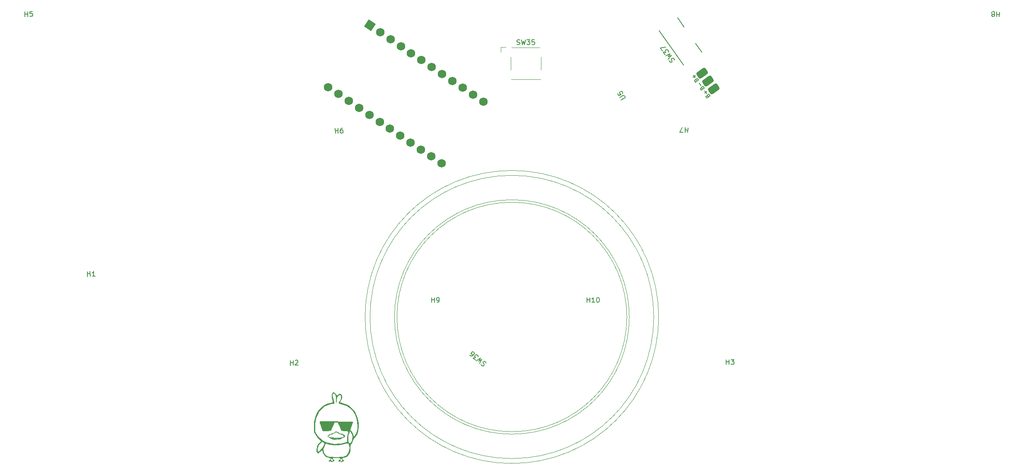
<source format=gbr>
%TF.GenerationSoftware,KiCad,Pcbnew,(6.0.4)*%
%TF.CreationDate,2022-11-04T17:16:24+01:00*%
%TF.ProjectId,Batreeq,42617472-6565-4712-9e6b-696361645f70,rev?*%
%TF.SameCoordinates,Original*%
%TF.FileFunction,Legend,Top*%
%TF.FilePolarity,Positive*%
%FSLAX46Y46*%
G04 Gerber Fmt 4.6, Leading zero omitted, Abs format (unit mm)*
G04 Created by KiCad (PCBNEW (6.0.4)) date 2022-11-04 17:16:24*
%MOMM*%
%LPD*%
G01*
G04 APERTURE LIST*
G04 Aperture macros list*
%AMRoundRect*
0 Rectangle with rounded corners*
0 $1 Rounding radius*
0 $2 $3 $4 $5 $6 $7 $8 $9 X,Y pos of 4 corners*
0 Add a 4 corners polygon primitive as box body*
4,1,4,$2,$3,$4,$5,$6,$7,$8,$9,$2,$3,0*
0 Add four circle primitives for the rounded corners*
1,1,$1+$1,$2,$3*
1,1,$1+$1,$4,$5*
1,1,$1+$1,$6,$7*
1,1,$1+$1,$8,$9*
0 Add four rect primitives between the rounded corners*
20,1,$1+$1,$2,$3,$4,$5,0*
20,1,$1+$1,$4,$5,$6,$7,0*
20,1,$1+$1,$6,$7,$8,$9,0*
20,1,$1+$1,$8,$9,$2,$3,0*%
%AMRotRect*
0 Rectangle, with rotation*
0 The origin of the aperture is its center*
0 $1 length*
0 $2 width*
0 $3 Rotation angle, in degrees counterclockwise*
0 Add horizontal line*
21,1,$1,$2,0,0,$3*%
G04 Aperture macros list end*
%ADD10C,0.150000*%
%ADD11C,0.100000*%
%ADD12C,0.120000*%
%ADD13RoundRect,0.375000X-0.827182X-0.137458X-0.386343X-0.744220X0.827182X0.137458X0.386343X0.744220X0*%
%ADD14C,1.752600*%
%ADD15RotRect,1.752600X1.752600X326.000000*%
G04 APERTURE END LIST*
D10*
%TO.C,H10*%
X165209250Y-95308456D02*
X165209250Y-94308456D01*
X165209250Y-94784647D02*
X165780679Y-94784647D01*
X165780679Y-95308456D02*
X165780679Y-94308456D01*
X166780679Y-95308456D02*
X166209250Y-95308456D01*
X166494965Y-95308456D02*
X166494965Y-94308456D01*
X166399726Y-94451314D01*
X166304488Y-94546552D01*
X166209250Y-94594171D01*
X167399726Y-94308456D02*
X167494965Y-94308456D01*
X167590203Y-94356076D01*
X167637822Y-94403695D01*
X167685441Y-94498933D01*
X167733060Y-94689409D01*
X167733060Y-94927504D01*
X167685441Y-95117980D01*
X167637822Y-95213218D01*
X167590203Y-95260837D01*
X167494965Y-95308456D01*
X167399726Y-95308456D01*
X167304488Y-95260837D01*
X167256869Y-95213218D01*
X167209250Y-95117980D01*
X167161631Y-94927504D01*
X167161631Y-94689409D01*
X167209250Y-94498933D01*
X167256869Y-94403695D01*
X167304488Y-94356076D01*
X167399726Y-94308456D01*
%TO.C,H8*%
X249509981Y-35810763D02*
X249475082Y-36810154D01*
X249491700Y-36334254D02*
X248920620Y-36314311D01*
X248938901Y-35790821D02*
X248904001Y-36790211D01*
X248300287Y-36340297D02*
X248393806Y-36391210D01*
X248439734Y-36440462D01*
X248484000Y-36537304D01*
X248482338Y-36584894D01*
X248431424Y-36678413D01*
X248382172Y-36724341D01*
X248285331Y-36768607D01*
X248094970Y-36761960D01*
X248001452Y-36711046D01*
X247955524Y-36661794D01*
X247911258Y-36564952D01*
X247912920Y-36517362D01*
X247963833Y-36423844D01*
X248013085Y-36377915D01*
X248109927Y-36333649D01*
X248300287Y-36340297D01*
X248397129Y-36296030D01*
X248446381Y-36250102D01*
X248497295Y-36156584D01*
X248503943Y-35966224D01*
X248459676Y-35869382D01*
X248413748Y-35820130D01*
X248320230Y-35769216D01*
X248129870Y-35762569D01*
X248033028Y-35806835D01*
X247983776Y-35852763D01*
X247932862Y-35946281D01*
X247926215Y-36136641D01*
X247970481Y-36233483D01*
X248016409Y-36282735D01*
X248109927Y-36333649D01*
%TO.C,H9*%
X133427438Y-95308459D02*
X133427438Y-94308459D01*
X133427438Y-94784650D02*
X133998866Y-94784650D01*
X133998866Y-95308459D02*
X133998866Y-94308459D01*
X134522676Y-95308459D02*
X134713152Y-95308459D01*
X134808390Y-95260840D01*
X134856009Y-95213221D01*
X134951247Y-95070364D01*
X134998866Y-94879888D01*
X134998866Y-94498936D01*
X134951247Y-94403698D01*
X134903628Y-94356079D01*
X134808390Y-94308459D01*
X134617914Y-94308459D01*
X134522676Y-94356079D01*
X134475057Y-94403698D01*
X134427438Y-94498936D01*
X134427438Y-94737031D01*
X134475057Y-94832269D01*
X134522676Y-94879888D01*
X134617914Y-94927507D01*
X134808390Y-94927507D01*
X134903628Y-94879888D01*
X134951247Y-94832269D01*
X134998866Y-94737031D01*
%TO.C,H3*%
X193662295Y-108006745D02*
X193662295Y-107006745D01*
X193662295Y-107482936D02*
X194233723Y-107482936D01*
X194233723Y-108006745D02*
X194233723Y-107006745D01*
X194614676Y-107006745D02*
X195233723Y-107006745D01*
X194900390Y-107387698D01*
X195043247Y-107387698D01*
X195138485Y-107435317D01*
X195186104Y-107482936D01*
X195233723Y-107578174D01*
X195233723Y-107816269D01*
X195186104Y-107911507D01*
X195138485Y-107959126D01*
X195043247Y-108006745D01*
X194757533Y-108006745D01*
X194662295Y-107959126D01*
X194614676Y-107911507D01*
%TO.C,H6*%
X113767602Y-60652174D02*
X113750150Y-59652326D01*
X113758460Y-60128444D02*
X114329802Y-60118471D01*
X114338943Y-60642201D02*
X114321491Y-59642353D01*
X115226115Y-59626563D02*
X115035668Y-59629887D01*
X114941275Y-59679161D01*
X114894495Y-59727604D01*
X114801764Y-59872101D01*
X114757477Y-60063380D01*
X114764125Y-60444274D01*
X114813399Y-60538667D01*
X114861842Y-60585447D01*
X114957897Y-60631397D01*
X115148344Y-60628073D01*
X115242736Y-60578799D01*
X115289517Y-60530356D01*
X115335467Y-60434301D01*
X115331312Y-60196242D01*
X115282038Y-60101850D01*
X115233595Y-60055069D01*
X115137540Y-60009119D01*
X114947093Y-60012444D01*
X114852700Y-60061718D01*
X114805920Y-60110160D01*
X114759970Y-60206215D01*
%TO.C,SW36*%
X144568402Y-107693189D02*
X144489576Y-107564884D01*
X144307185Y-107411840D01*
X144203619Y-107387100D01*
X144136532Y-107392969D01*
X144038836Y-107435317D01*
X143977618Y-107508274D01*
X143952878Y-107611839D01*
X143958748Y-107678926D01*
X144001095Y-107776623D01*
X144116400Y-107935537D01*
X144158747Y-108033233D01*
X144164617Y-108100320D01*
X144139877Y-108203886D01*
X144078659Y-108276842D01*
X143980963Y-108319190D01*
X143913876Y-108325059D01*
X143810310Y-108300320D01*
X143627919Y-108147275D01*
X143549093Y-108018970D01*
X143263136Y-107841186D02*
X143723532Y-106922097D01*
X143118484Y-107346836D01*
X143431705Y-106677225D01*
X142606526Y-107290225D01*
X142387656Y-107106571D02*
X141913438Y-106708655D01*
X142413658Y-106631091D01*
X142304223Y-106539265D01*
X142261875Y-106441568D01*
X142256006Y-106374481D01*
X142280745Y-106270916D01*
X142433790Y-106088524D01*
X142531486Y-106046176D01*
X142598574Y-106040307D01*
X142702139Y-106065047D01*
X142921009Y-106248700D01*
X142963357Y-106346396D01*
X142969226Y-106413484D01*
X141256829Y-106157694D02*
X141402742Y-106280130D01*
X141506307Y-106304870D01*
X141573395Y-106299000D01*
X141738178Y-106250783D01*
X141897092Y-106135479D01*
X142141964Y-105843653D01*
X142166703Y-105740087D01*
X142160834Y-105673000D01*
X142118486Y-105575304D01*
X141972573Y-105452868D01*
X141869007Y-105428128D01*
X141801920Y-105433998D01*
X141704224Y-105476345D01*
X141551179Y-105658737D01*
X141526440Y-105762302D01*
X141532309Y-105829390D01*
X141574657Y-105927086D01*
X141720570Y-106049522D01*
X141824136Y-106074261D01*
X141891223Y-106068392D01*
X141988919Y-106026044D01*
%TO.C,H2*%
X104590118Y-108196652D02*
X104555218Y-107197261D01*
X104571837Y-107673162D02*
X105142918Y-107653219D01*
X105161198Y-108176709D02*
X105126299Y-107177319D01*
X105557933Y-107257542D02*
X105603861Y-107208290D01*
X105697379Y-107157376D01*
X105935329Y-107149067D01*
X106032171Y-107193333D01*
X106081423Y-107239261D01*
X106132337Y-107332779D01*
X106135661Y-107427959D01*
X106093056Y-107572391D01*
X105541919Y-108163414D01*
X106160589Y-108141810D01*
%TO.C,PAD1*%
X188677474Y-51417993D02*
X188641118Y-51303142D01*
X188649546Y-51249930D01*
X188688794Y-51174327D01*
X188781253Y-51107152D01*
X188865284Y-51093188D01*
X188918495Y-51101615D01*
X188994099Y-51140863D01*
X189173233Y-51387421D01*
X188526020Y-51857649D01*
X188369277Y-51641911D01*
X188355313Y-51557880D01*
X188363741Y-51504668D01*
X188402988Y-51429065D01*
X188464628Y-51384281D01*
X188548659Y-51370317D01*
X188601871Y-51378745D01*
X188677474Y-51417993D01*
X188834217Y-51633731D01*
X188456447Y-50919342D02*
X188098178Y-50426226D01*
X187501904Y-49799959D02*
X187465548Y-49685108D01*
X187473976Y-49631896D01*
X187513224Y-49556293D01*
X187605683Y-49489118D01*
X187689714Y-49475154D01*
X187742925Y-49483581D01*
X187818529Y-49522829D01*
X187997663Y-49769387D01*
X187350450Y-50239615D01*
X187193707Y-50023877D01*
X187179743Y-49939846D01*
X187188171Y-49886634D01*
X187227418Y-49811031D01*
X187289058Y-49766247D01*
X187373089Y-49752283D01*
X187426301Y-49760711D01*
X187501904Y-49799959D01*
X187658647Y-50015697D01*
X187280877Y-49301308D02*
X186922608Y-48808192D01*
X187348301Y-48875615D02*
X186855185Y-49233885D01*
X189853045Y-53036027D02*
X189816689Y-52921176D01*
X189825117Y-52867964D01*
X189864365Y-52792361D01*
X189956824Y-52725186D01*
X190040855Y-52711222D01*
X190094066Y-52719649D01*
X190169670Y-52758897D01*
X190348804Y-53005455D01*
X189701591Y-53475683D01*
X189544848Y-53259945D01*
X189530884Y-53175914D01*
X189539312Y-53122702D01*
X189578559Y-53047099D01*
X189640199Y-53002315D01*
X189724230Y-52988351D01*
X189777442Y-52996779D01*
X189853045Y-53036027D01*
X190009788Y-53251765D01*
X189632018Y-52537376D02*
X189273749Y-52044260D01*
X189699442Y-52111683D02*
X189206326Y-52469953D01*
%TO.C,H1*%
X63087440Y-89990612D02*
X63052540Y-88991221D01*
X63069159Y-89467122D02*
X63640240Y-89447179D01*
X63658520Y-89970669D02*
X63623621Y-88971279D01*
X64657911Y-89935770D02*
X64086831Y-89955712D01*
X64372371Y-89945741D02*
X64337471Y-88946350D01*
X64247277Y-89092444D01*
X64155421Y-89190948D01*
X64061902Y-89241862D01*
%TO.C,H7*%
X185824249Y-59508512D02*
X185789350Y-60507903D01*
X185805968Y-60032003D02*
X185234888Y-60012060D01*
X185253169Y-59488570D02*
X185218269Y-60487960D01*
X184837549Y-60474665D02*
X184171288Y-60451399D01*
X184634498Y-59466965D01*
%TO.C,U5*%
X172137356Y-53857755D02*
X172858647Y-53490239D01*
X172921886Y-53404573D01*
X172942696Y-53340526D01*
X172941888Y-53234049D01*
X172855414Y-53064334D01*
X172769748Y-53001095D01*
X172705700Y-52980284D01*
X172599224Y-52981093D01*
X171877933Y-53348609D01*
X171445561Y-52500031D02*
X171661747Y-52924320D01*
X172107654Y-52750563D01*
X172043607Y-52729753D01*
X171957941Y-52666514D01*
X171849848Y-52454369D01*
X171849039Y-52347893D01*
X171869850Y-52283845D01*
X171933089Y-52198179D01*
X172145233Y-52090086D01*
X172251710Y-52089278D01*
X172315757Y-52110088D01*
X172401423Y-52173327D01*
X172509516Y-52385472D01*
X172510324Y-52491948D01*
X172489514Y-52555996D01*
%TO.C,SW35*%
X150867823Y-42472839D02*
X151010680Y-42520458D01*
X151248775Y-42520458D01*
X151344013Y-42472839D01*
X151391632Y-42425220D01*
X151439251Y-42329982D01*
X151439251Y-42234744D01*
X151391632Y-42139506D01*
X151344013Y-42091887D01*
X151248775Y-42044268D01*
X151058299Y-41996649D01*
X150963061Y-41949030D01*
X150915442Y-41901411D01*
X150867823Y-41806173D01*
X150867823Y-41710935D01*
X150915442Y-41615697D01*
X150963061Y-41568078D01*
X151058299Y-41520458D01*
X151296394Y-41520458D01*
X151439251Y-41568078D01*
X151772585Y-41520458D02*
X152010680Y-42520458D01*
X152201156Y-41806173D01*
X152391632Y-42520458D01*
X152629727Y-41520458D01*
X152915442Y-41520458D02*
X153534489Y-41520458D01*
X153201156Y-41901411D01*
X153344013Y-41901411D01*
X153439251Y-41949030D01*
X153486870Y-41996649D01*
X153534489Y-42091887D01*
X153534489Y-42329982D01*
X153486870Y-42425220D01*
X153439251Y-42472839D01*
X153344013Y-42520458D01*
X153058299Y-42520458D01*
X152963061Y-42472839D01*
X152915442Y-42425220D01*
X154439251Y-41520458D02*
X153963061Y-41520458D01*
X153915442Y-41996649D01*
X153963061Y-41949030D01*
X154058299Y-41901411D01*
X154296394Y-41901411D01*
X154391632Y-41949030D01*
X154439251Y-41996649D01*
X154486870Y-42091887D01*
X154486870Y-42329982D01*
X154439251Y-42425220D01*
X154391632Y-42472839D01*
X154296394Y-42520458D01*
X154058299Y-42520458D01*
X153963061Y-42472839D01*
X153915442Y-42425220D01*
%TO.C,SW37*%
X183065996Y-45687956D02*
X183023064Y-45543621D01*
X182886498Y-45348585D01*
X182792865Y-45297883D01*
X182726544Y-45286189D01*
X182621217Y-45301808D01*
X182543202Y-45356435D01*
X182492501Y-45450068D01*
X182480807Y-45516389D01*
X182496426Y-45621716D01*
X182566671Y-45805058D01*
X182582290Y-45910386D01*
X182570596Y-45976706D01*
X182519895Y-46070340D01*
X182441880Y-46124966D01*
X182336553Y-46140585D01*
X182270232Y-46128891D01*
X182176599Y-46078190D01*
X182040033Y-45883154D01*
X181997101Y-45738819D01*
X181766901Y-45493081D02*
X182449488Y-44724469D01*
X181755126Y-44978137D01*
X182230982Y-44412411D01*
X181275264Y-44790951D01*
X181111385Y-44556908D02*
X180756314Y-44049814D01*
X181259564Y-44104359D01*
X181177625Y-43987337D01*
X181162006Y-43882010D01*
X181173700Y-43815689D01*
X181224401Y-43722056D01*
X181419437Y-43585490D01*
X181524765Y-43569871D01*
X181591085Y-43581565D01*
X181684719Y-43632266D01*
X181848598Y-43866310D01*
X181864217Y-43971637D01*
X181852523Y-44037958D01*
X180565122Y-43776763D02*
X180182738Y-43230662D01*
X181247708Y-43008150D01*
%TO.C,H5*%
X50313336Y-36777998D02*
X50278436Y-35778607D01*
X50295055Y-36254508D02*
X50866136Y-36234565D01*
X50884416Y-36758055D02*
X50849517Y-35758665D01*
X51801318Y-35725427D02*
X51325417Y-35742046D01*
X51294446Y-36219608D01*
X51340374Y-36170356D01*
X51433892Y-36119442D01*
X51671842Y-36111133D01*
X51768684Y-36155399D01*
X51817936Y-36201327D01*
X51868850Y-36294846D01*
X51877160Y-36532796D01*
X51832893Y-36629638D01*
X51786965Y-36678890D01*
X51693447Y-36729803D01*
X51455497Y-36738113D01*
X51358655Y-36693847D01*
X51309403Y-36647918D01*
%TO.C,G\u002A\u002A\u002A*%
G36*
X112946223Y-123250294D02*
G01*
X112802500Y-123180919D01*
X112469303Y-123005502D01*
X112273844Y-122867817D01*
X112193661Y-122750734D01*
X112192891Y-122744894D01*
X112369130Y-122744894D01*
X112385555Y-122765777D01*
X112565983Y-122860637D01*
X112876248Y-122938544D01*
X113277487Y-122997150D01*
X113730834Y-123034105D01*
X114197425Y-123047063D01*
X114638396Y-123033673D01*
X115014882Y-122991589D01*
X115236667Y-122938054D01*
X115464017Y-122828460D01*
X115522717Y-122713241D01*
X115413306Y-122593698D01*
X115136325Y-122471135D01*
X115028323Y-122436304D01*
X114726810Y-122326410D01*
X114469835Y-122201366D01*
X114345533Y-122115329D01*
X114083922Y-121968350D01*
X113798867Y-121985550D01*
X113571858Y-122113069D01*
X113369029Y-122231633D01*
X113081997Y-122352728D01*
X112906646Y-122410514D01*
X112576632Y-122527458D01*
X112394352Y-122641037D01*
X112369130Y-122744894D01*
X112192891Y-122744894D01*
X112188667Y-122712873D01*
X112267767Y-122525790D01*
X112482908Y-122364813D01*
X112800845Y-122251908D01*
X112920545Y-122229263D01*
X113216681Y-122140942D01*
X113497273Y-121992994D01*
X113516517Y-121979133D01*
X113814795Y-121814040D01*
X114082192Y-121804342D01*
X114356181Y-121950513D01*
X114405440Y-121990333D01*
X114617405Y-122130438D01*
X114813921Y-122201682D01*
X114840996Y-122203859D01*
X115028597Y-122239386D01*
X115284747Y-122326666D01*
X115390908Y-122371773D01*
X115621319Y-122494866D01*
X115721479Y-122608757D01*
X115729575Y-122721100D01*
X115653718Y-122898121D01*
X115575333Y-122969783D01*
X115174004Y-123170271D01*
X114867942Y-123302338D01*
X114605688Y-123382090D01*
X114335781Y-123425633D01*
X114051333Y-123446775D01*
X113715253Y-123457950D01*
X113465142Y-123438742D01*
X113231849Y-123374430D01*
X113172230Y-123348519D01*
X113736044Y-123348519D01*
X113842418Y-123361803D01*
X113966667Y-123364273D01*
X114149788Y-123357668D01*
X114200057Y-123340782D01*
X114157167Y-123327581D01*
X113910449Y-123313574D01*
X113776167Y-123327581D01*
X113736044Y-123348519D01*
X113172230Y-123348519D01*
X113020151Y-123282424D01*
X113326055Y-123282424D01*
X113409278Y-123295982D01*
X113519092Y-123280416D01*
X113520403Y-123251514D01*
X113407086Y-123231302D01*
X113358125Y-123244830D01*
X113326055Y-123282424D01*
X113020151Y-123282424D01*
X112946223Y-123250294D01*
G37*
G36*
X114559333Y-127558688D02*
G01*
X114705540Y-127409332D01*
X114728937Y-127305538D01*
X114618013Y-127240288D01*
X114361257Y-127206564D01*
X113966667Y-127197333D01*
X113631108Y-127204690D01*
X113370943Y-127224395D01*
X113223942Y-127252903D01*
X113204667Y-127268878D01*
X113261279Y-127373387D01*
X113374000Y-127493667D01*
X113509387Y-127660835D01*
X113539233Y-127795994D01*
X113462939Y-127859921D01*
X113379468Y-127851564D01*
X113222860Y-127866398D01*
X113170458Y-127926356D01*
X113068956Y-128035177D01*
X112948213Y-128000050D01*
X112897213Y-127918550D01*
X112817086Y-127838038D01*
X112693769Y-127876217D01*
X112524939Y-127949921D01*
X112454899Y-127913715D01*
X112442667Y-127790717D01*
X112483973Y-127681925D01*
X112645036Y-127681925D01*
X112739585Y-127676575D01*
X112811279Y-127630947D01*
X112911419Y-127587828D01*
X112979204Y-127688159D01*
X112991633Y-127724715D01*
X113042603Y-127847021D01*
X113079643Y-127814375D01*
X113091945Y-127773526D01*
X113186511Y-127669609D01*
X113273471Y-127675574D01*
X113345225Y-127682347D01*
X113283630Y-127607412D01*
X113236030Y-127565048D01*
X113084885Y-127404381D01*
X113009881Y-127282000D01*
X112971843Y-127209287D01*
X112957351Y-127300188D01*
X112883743Y-127451266D01*
X112774082Y-127539881D01*
X112656426Y-127628654D01*
X112645036Y-127681925D01*
X112483973Y-127681925D01*
X112509258Y-127615328D01*
X112612000Y-127516351D01*
X112756231Y-127390289D01*
X112744263Y-127283560D01*
X112571377Y-127189755D01*
X112321139Y-127121292D01*
X111867786Y-126937019D01*
X111495769Y-126619178D01*
X111232341Y-126194667D01*
X111154954Y-125970314D01*
X111053684Y-125591676D01*
X110838009Y-125728766D01*
X110623927Y-125895796D01*
X110432153Y-126087095D01*
X110241972Y-126308333D01*
X110062558Y-126096667D01*
X109931987Y-125821759D01*
X109910718Y-125559932D01*
X110157449Y-125559932D01*
X110165017Y-125785442D01*
X110202010Y-125914029D01*
X110226186Y-125927333D01*
X110318619Y-125872824D01*
X110492418Y-125730307D01*
X110665380Y-125571779D01*
X111355529Y-125571779D01*
X111437471Y-125951525D01*
X111538746Y-126188085D01*
X111716306Y-126459822D01*
X111940130Y-126668617D01*
X112231181Y-126820568D01*
X112610419Y-126921771D01*
X113098806Y-126978324D01*
X113717303Y-126996325D01*
X114288465Y-126987941D01*
X114771045Y-126971116D01*
X115122605Y-126947484D01*
X115381454Y-126911307D01*
X115585903Y-126856850D01*
X115774260Y-126778376D01*
X115812465Y-126759744D01*
X116186166Y-126484326D01*
X116458741Y-126095514D01*
X116618145Y-125623920D01*
X116652334Y-125100157D01*
X116602774Y-124750964D01*
X116517753Y-124443084D01*
X116409551Y-124265532D01*
X116243290Y-124201754D01*
X115984091Y-124235197D01*
X115692429Y-124318920D01*
X115015775Y-124473959D01*
X114259327Y-124551480D01*
X113495416Y-124548341D01*
X112796372Y-124461397D01*
X112731216Y-124447618D01*
X112397320Y-124368517D01*
X112115665Y-124292230D01*
X111937404Y-124232842D01*
X111917053Y-124223398D01*
X111815070Y-124201342D01*
X111743327Y-124289845D01*
X111685952Y-124468372D01*
X111595901Y-124725446D01*
X111488361Y-124935179D01*
X111473424Y-124956283D01*
X111366564Y-125222110D01*
X111355529Y-125571779D01*
X110665380Y-125571779D01*
X110697671Y-125542183D01*
X110928397Y-125282831D01*
X111153054Y-124966366D01*
X111343510Y-124640189D01*
X111471632Y-124351699D01*
X111510506Y-124172674D01*
X111442946Y-124066010D01*
X111277955Y-123948466D01*
X111265387Y-123941831D01*
X111117026Y-123874743D01*
X111007215Y-123877717D01*
X110884265Y-123970322D01*
X110716978Y-124149438D01*
X110511103Y-124410223D01*
X110338154Y-124684925D01*
X110285591Y-124792787D01*
X110220306Y-125014510D01*
X110176736Y-125286590D01*
X110157449Y-125559932D01*
X109910718Y-125559932D01*
X109902447Y-125458121D01*
X109964615Y-125045459D01*
X110109167Y-124623475D01*
X110326781Y-124231877D01*
X110567115Y-123947908D01*
X110823739Y-123704150D01*
X110365244Y-123285112D01*
X109888688Y-122740137D01*
X109629541Y-122302691D01*
X109509386Y-122049493D01*
X109430325Y-121841715D01*
X109383997Y-121632215D01*
X109362039Y-121373850D01*
X109356086Y-121019475D01*
X109356616Y-120764154D01*
X109359740Y-120720333D01*
X109615941Y-120720333D01*
X109619645Y-121133511D01*
X109641067Y-121433576D01*
X109689929Y-121676562D01*
X109775950Y-121918501D01*
X109855089Y-122098878D01*
X110198549Y-122659745D01*
X110683273Y-123169465D01*
X111284364Y-123609522D01*
X111976928Y-123961400D01*
X112666057Y-124189468D01*
X113145031Y-124266872D01*
X113725559Y-124294747D01*
X114348033Y-124275537D01*
X114952848Y-124211687D01*
X115480397Y-124105640D01*
X115605484Y-124068931D01*
X116185968Y-123882980D01*
X116132540Y-123444656D01*
X116141710Y-122981448D01*
X116388126Y-122981448D01*
X116389955Y-123383989D01*
X116437413Y-123744741D01*
X116530020Y-124004789D01*
X116537379Y-124016480D01*
X116690388Y-124250000D01*
X116888529Y-124063856D01*
X117028375Y-123867951D01*
X117149202Y-123591765D01*
X117184109Y-123471543D01*
X117238966Y-122915583D01*
X117146506Y-122372398D01*
X116969926Y-121978397D01*
X116846492Y-121787286D01*
X116775452Y-121728016D01*
X116728892Y-121783346D01*
X116715091Y-121821000D01*
X116641688Y-122011697D01*
X116537487Y-122255148D01*
X116523277Y-122286667D01*
X116432407Y-122596035D01*
X116388126Y-122981448D01*
X116141710Y-122981448D01*
X116144341Y-122848523D01*
X116212827Y-122540667D01*
X116324641Y-122159753D01*
X116384490Y-121914295D01*
X116374205Y-121773823D01*
X116275619Y-121707866D01*
X116070565Y-121685955D01*
X115740875Y-121677620D01*
X115697431Y-121676264D01*
X114954433Y-121651667D01*
X114607607Y-120805000D01*
X114260780Y-119958333D01*
X113600236Y-119958333D01*
X112906488Y-121651667D01*
X112054432Y-121675631D01*
X111202375Y-121699596D01*
X110847734Y-120759192D01*
X110713724Y-120384589D01*
X110612804Y-120064613D01*
X110554950Y-119833771D01*
X110549517Y-119727492D01*
X110627857Y-119703062D01*
X110833214Y-119685386D01*
X111172688Y-119674394D01*
X111653380Y-119670020D01*
X112282392Y-119672195D01*
X113066823Y-119680851D01*
X113954865Y-119694882D01*
X114690855Y-119708614D01*
X115372622Y-119722940D01*
X115981898Y-119737357D01*
X116500411Y-119751361D01*
X116909891Y-119764446D01*
X117192069Y-119776109D01*
X117328673Y-119785844D01*
X117338531Y-119788309D01*
X117326877Y-119877567D01*
X117267520Y-120090029D01*
X117171063Y-120389918D01*
X117094253Y-120612627D01*
X116815234Y-121402203D01*
X117039976Y-121626946D01*
X117201757Y-121856614D01*
X117349376Y-122184517D01*
X117407421Y-122364961D01*
X117550123Y-122878235D01*
X117762642Y-122565485D01*
X118025258Y-122108098D01*
X118189744Y-121632389D01*
X118270402Y-121085947D01*
X118284667Y-120652547D01*
X118215481Y-119744287D01*
X118014080Y-118907595D01*
X117689700Y-118155084D01*
X117251577Y-117499363D01*
X116708947Y-116953044D01*
X116071044Y-116528738D01*
X115347106Y-116239056D01*
X114990963Y-116155084D01*
X114661663Y-116078448D01*
X114490366Y-115984219D01*
X114466088Y-115844021D01*
X114577843Y-115629476D01*
X114714666Y-115441379D01*
X114892317Y-115119521D01*
X114940333Y-114783324D01*
X114906344Y-114461862D01*
X114802472Y-114292553D01*
X114625857Y-114272047D01*
X114532704Y-114305439D01*
X114318808Y-114488914D01*
X114153105Y-114803910D01*
X114050038Y-115216010D01*
X114023499Y-115518791D01*
X114004614Y-115834664D01*
X113975268Y-115992066D01*
X113941910Y-116001014D01*
X113910985Y-115871525D01*
X113888940Y-115613614D01*
X113882000Y-115298947D01*
X113856276Y-114759054D01*
X113781024Y-114355114D01*
X113659124Y-114096161D01*
X113493455Y-113991230D01*
X113464600Y-113989333D01*
X113302751Y-114063993D01*
X113241173Y-114194074D01*
X113230571Y-114412506D01*
X113266211Y-114734288D01*
X113337828Y-115103142D01*
X113435154Y-115462793D01*
X113511243Y-115674500D01*
X113582787Y-115867813D01*
X113608370Y-115979284D01*
X113606033Y-115986855D01*
X113517540Y-116014521D01*
X113305904Y-116065434D01*
X113013978Y-116129384D01*
X112963297Y-116140015D01*
X112157140Y-116378505D01*
X111469288Y-116735885D01*
X110892076Y-117217881D01*
X110417839Y-117830222D01*
X110212649Y-118195563D01*
X109906894Y-118895777D01*
X109717449Y-119575351D01*
X109628153Y-120302667D01*
X109615941Y-120720333D01*
X109359740Y-120720333D01*
X109425922Y-119792039D01*
X109620196Y-118901534D01*
X109932270Y-118103047D01*
X110354975Y-117406986D01*
X110881144Y-116823759D01*
X111503609Y-116363776D01*
X112215202Y-116037445D01*
X112702250Y-115905936D01*
X112972817Y-115845245D01*
X113169451Y-115790880D01*
X113238921Y-115761301D01*
X113243004Y-115662070D01*
X113207411Y-115451986D01*
X113160220Y-115255396D01*
X113056204Y-114737051D01*
X113040479Y-114310671D01*
X113112325Y-113996306D01*
X113210452Y-113857097D01*
X113350685Y-113753978D01*
X113478056Y-113758761D01*
X113612619Y-113825884D01*
X113819983Y-113999380D01*
X113951363Y-114185502D01*
X114063059Y-114417853D01*
X114317692Y-114203593D01*
X114527802Y-114044763D01*
X114677236Y-114005440D01*
X114824679Y-114085019D01*
X114944182Y-114197151D01*
X115114331Y-114479520D01*
X115157710Y-114830440D01*
X115074591Y-115206509D01*
X114936148Y-115469111D01*
X114812821Y-115661770D01*
X114748172Y-115784701D01*
X114745648Y-115805223D01*
X114835295Y-115831313D01*
X115041521Y-115880389D01*
X115255348Y-115927813D01*
X116008709Y-116173878D01*
X116683335Y-116565011D01*
X117270482Y-117092088D01*
X117761406Y-117745985D01*
X118147363Y-118517578D01*
X118363484Y-119171002D01*
X118539146Y-120051943D01*
X118581690Y-120870395D01*
X118493088Y-121614726D01*
X118275313Y-122273305D01*
X117930338Y-122834502D01*
X117699553Y-123085674D01*
X117535497Y-123276574D01*
X117444508Y-123450282D01*
X117438000Y-123491213D01*
X117395990Y-123685810D01*
X117291902Y-123929630D01*
X117158652Y-124160591D01*
X117029155Y-124316608D01*
X116985814Y-124344111D01*
X116924865Y-124409419D01*
X116888736Y-124566771D01*
X116873430Y-124844296D01*
X116873097Y-125137720D01*
X116868592Y-125545742D01*
X116838655Y-125842160D01*
X116774186Y-126083914D01*
X116690911Y-126277715D01*
X116401216Y-126690139D01*
X116000745Y-126990371D01*
X115524172Y-127152623D01*
X115511833Y-127154648D01*
X115255301Y-127225049D01*
X115160833Y-127325268D01*
X115230994Y-127450436D01*
X115321333Y-127516351D01*
X115456724Y-127652018D01*
X115481274Y-127786810D01*
X115392510Y-127868363D01*
X115338267Y-127874667D01*
X115146714Y-127930916D01*
X115078567Y-127980500D01*
X114974129Y-128035385D01*
X114868948Y-127947540D01*
X114858095Y-127933100D01*
X114747008Y-127840191D01*
X114689464Y-127869600D01*
X114572607Y-127952688D01*
X114445808Y-127934237D01*
X114390000Y-127831504D01*
X114426031Y-127742005D01*
X114596701Y-127742005D01*
X114611106Y-127751800D01*
X114673360Y-127706771D01*
X114803020Y-127633693D01*
X114889769Y-127695085D01*
X114924456Y-127751666D01*
X114999322Y-127861162D01*
X115036607Y-127824719D01*
X115048566Y-127773526D01*
X115134620Y-127668462D01*
X115220804Y-127672453D01*
X115279675Y-127670385D01*
X115192500Y-127587384D01*
X115173167Y-127572766D01*
X115029424Y-127421397D01*
X114975982Y-127292840D01*
X114961929Y-127204470D01*
X114923135Y-127281282D01*
X114922873Y-127282000D01*
X114836538Y-127434236D01*
X114696723Y-127618104D01*
X114596701Y-127742005D01*
X114426031Y-127742005D01*
X114449751Y-127683086D01*
X114559333Y-127558688D01*
G37*
D11*
%TO.C,SW36*%
X173336847Y-98302077D02*
G75*
G03*
X173336847Y-98302077I-23493500J0D01*
G01*
X173843348Y-98302077D02*
G75*
G03*
X173843348Y-98302077I-24000001J0D01*
G01*
X178843347Y-98302077D02*
G75*
G03*
X178843347Y-98302077I-29000000J0D01*
G01*
X179843347Y-98302077D02*
G75*
G03*
X179843347Y-98302077I-30000000J0D01*
G01*
D12*
%TO.C,SW35*%
X149577347Y-45068078D02*
X149577347Y-47668078D01*
X155577347Y-43118078D02*
X149777347Y-43118078D01*
X147577347Y-43068078D02*
X148577347Y-43068078D01*
X155677347Y-49618078D02*
X149677347Y-49618078D01*
X147577347Y-44068078D02*
X147577347Y-43068078D01*
X155777347Y-45068078D02*
X155777347Y-47668078D01*
D10*
%TO.C,SW37*%
X184883665Y-46723057D02*
X179950908Y-39678349D01*
X185038233Y-38923947D02*
X183719007Y-37039897D01*
X188651765Y-44084605D02*
X187389896Y-42282470D01*
%TD*%
D13*
%TO.C,PAD1*%
X191098000Y-51590000D03*
X189922429Y-49971966D03*
X188746858Y-48353932D03*
%TD*%
D14*
%TO.C,U1*%
X112296953Y-51229381D03*
X114402708Y-52649731D03*
X116508463Y-54070081D03*
X118614219Y-55490431D03*
X120719974Y-56910781D03*
X122825730Y-58331131D03*
X124931485Y-59751481D03*
X127037241Y-61171831D03*
X129142996Y-62592181D03*
X131248751Y-64012531D03*
X133354507Y-65432881D03*
X135460262Y-66853231D03*
X143982362Y-54218698D03*
X141876607Y-52798348D03*
X139770851Y-51377998D03*
X137665096Y-49957648D03*
X135559340Y-48537298D03*
X133453585Y-47116948D03*
X131347830Y-45696598D03*
X129242074Y-44276248D03*
X127136319Y-42855898D03*
X125030563Y-41435548D03*
X122924808Y-40015198D03*
D15*
X120819052Y-38594848D03*
%TD*%
M02*

</source>
